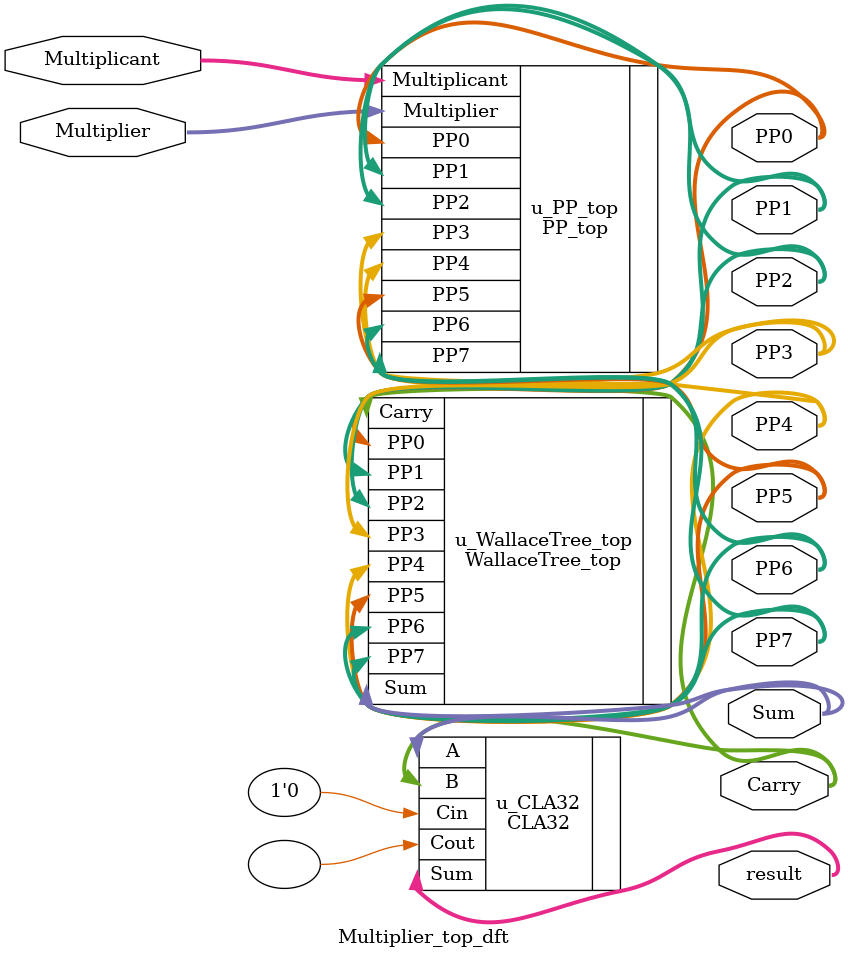
<source format=v>
module Multiplier_top_dft (
    input [15:0]Multiplicant,
    input [15:0]Multiplier  ,
    output[31:0]result      ,
    output[31:0]PP0         ,
    output[31:0]PP1         ,
    output[31:0]PP2         ,
    output[31:0]PP3         ,
    output[31:0]PP4         ,
    output[31:0]PP5         ,
    output[31:0]PP6         ,
    output[31:0]PP7         ,
    output[31:0]Sum         ,
    output[31:0]Carry
);
    // wire [31:0]result;

    // wire  [31:0]PP0;
    // wire  [31:0]PP1;
    // wire  [31:0]PP2;
    // wire  [31:0]PP3;
    // wire  [31:0]PP4;
    // wire  [31:0]PP5;
    // wire  [31:0]PP6;
    // wire  [31:0]PP7;

    PP_top u_PP_top(
        .Multiplicant(Multiplicant),
        .Multiplier  (Multiplier),
        .PP0         (PP0),
        .PP1         (PP1),
        .PP2         (PP2),
        .PP3         (PP3),
        .PP4         (PP4),
        .PP5         (PP5),
        .PP6         (PP6),
        .PP7         (PP7)
    );

    // wire [31:0]Sum   ;
    // wire [31:0]Carry ;

    WallaceTree_top u_WallaceTree_top(
        .PP0  (PP0  ),
        .PP1  (PP1  ),
        .PP2  (PP2  ),
        .PP3  (PP3  ),
        .PP4  (PP4  ),
        .PP5  (PP5  ),
        .PP6  (PP6  ),
        .PP7  (PP7  ),
        .Sum  (Sum  ),
        .Carry(Carry)
    );

    CLA32 u_CLA32(
        .A   (Sum),
        .B   (Carry),
        .Cin (1'b0),
        .Sum (result),
        .Cout()
    );

endmodule

</source>
